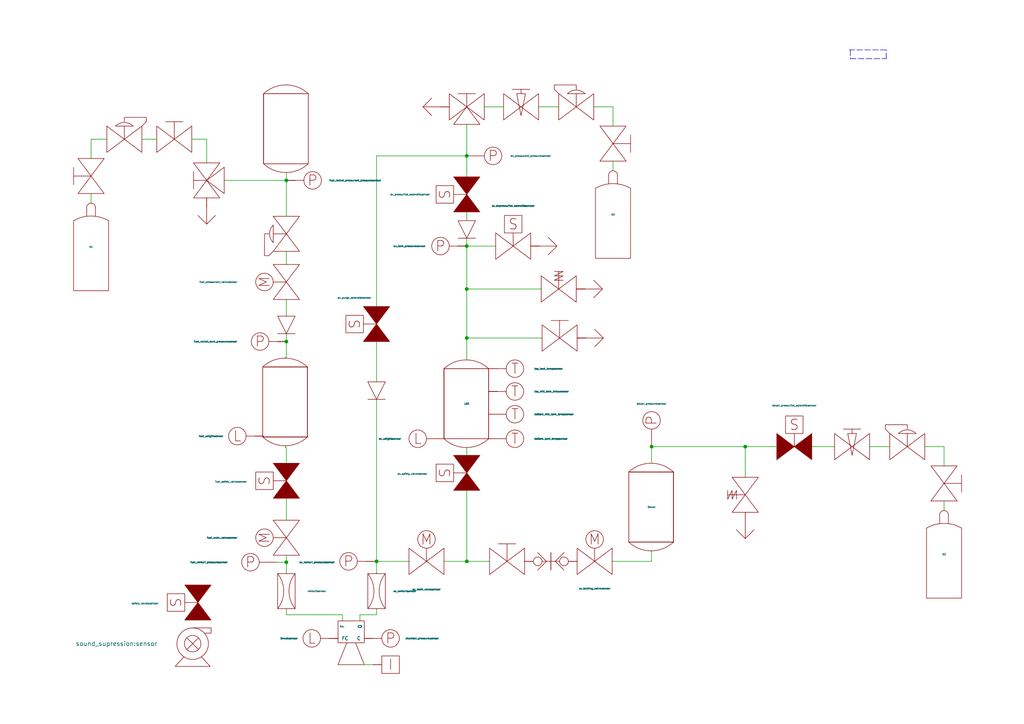
<source format=kicad_sch>
(kicad_sch (version 20231120) (generator "eeschema") (generator_version "8.0")
  (paper "A4")
  (lib_symbols
    (symbol "PnID-Lib:CheckValve" (pin_numbers hide) (pin_names (offset 1.016))
      (property "Reference" "CheckValve" (at 0 -3.302 0))
      (symbol "CheckValve_0_0"
        (polyline (pts (xy 2.54 2.54) (xy 2.54 -2.54)))
        (polyline (pts (xy -2.54 2.54) (xy -2.54 -2.54) (xy 2.54 0) (xy -2.54 2.54)))
      )
      (symbol "CheckValve_1_1"
        (pin bidirectional line (at -2.54 0 0) (length 0) (name "~") (number "~"))
        (pin bidirectional line (at 2.54 0 180) (length 0) (name "~") (number "~"))
      )
    )
    (symbol "PnID-Lib:Engine" (pin_numbers hide) (pin_names (offset 1.016))
      (property "Reference" "Engine" (at 0 -11.43 0))
      (symbol "Engine_0_0"
        (rectangle (start -3.81 2.54) (end 3.81 -3.81))
        (polyline (pts (xy -1.27 -3.81) (xy -3.81 -10.16) (xy 3.81 -10.16) (xy 1.27 -3.81)))
      )
      (symbol "Engine_1_1"
        (pin bidirectional line (at 3.81 -2.54 180) (length 0) (name "C") (number "~"))
        (pin input line (at -2.54 2.54 270) (length 0) (name "F") (number "~"))
        (pin input line (at -3.81 -2.54 0) (length 0) (name "FC") (number "~"))
        (pin input line (at 2.54 2.54 270) (length 0) (name "O") (number "~"))
      )
    )
    (symbol "PnID-Lib:GasBottle" (pin_numbers hide) (pin_names (offset 1.016))
      (property "Reference" "GasBottle" (at 0 -1.016 0))
      (symbol "GasBottle_0_0"
        (polyline (pts (xy -1.27 8.89) (xy -1.27 11.43)))
        (polyline (pts (xy 1.27 8.89) (xy 1.27 11.43)))
        (polyline (pts (xy -5.08 7.62) (xy -5.08 -12.7) (xy 5.08 -12.7) (xy 5.08 7.62)))
        (arc (start 1.27 11.43) (mid 0 12.7) (end -1.27 11.43))
        (arc (start 5.08 7.62) (mid 0 8.9691) (end -5.08 7.62))
      )
      (symbol "GasBottle_1_1"
        (pin output line (at 0 12.7 270) (length 0) (name "~") (number "~"))
      )
    )
    (symbol "PnID-Lib:PressureRegulator" (pin_numbers hide) (pin_names (offset 1.016))
      (property "Reference" "PressureRegulator" (at 0 -5.08 0))
      (property "Value" "PressureRegulator" (at 0 -6.35 0))
      (symbol "PressureRegulator_0_0"
        (polyline (pts (xy -2.54 3.81) (xy 2.54 3.81)))
        (polyline (pts (xy 0 0) (xy 0 3.81)))
        (polyline (pts (xy -5.08 3.81) (xy -6.35 5.08) (xy -6.35 6.35) (xy 0 6.35) (xy 0 5.08)))
        (arc (start 2.54 3.81) (mid 0 4.8621) (end -2.54 3.81))
      )
      (symbol "PressureRegulator_1_1"
        (polyline (pts (xy 0 0) (xy -5.08 3.81) (xy -5.08 -3.81) (xy 0 0)))
        (polyline (pts (xy 5.08 3.81) (xy 0 0) (xy 5.08 -3.81) (xy 5.08 3.81)))
        (pin bidirectional line (at -5.08 0 0) (length 0) (name "~") (number "~"))
        (pin bidirectional line (at 5.08 0 180) (length 0) (name "~") (number "~"))
      )
    )
    (symbol "PnID-Lib:Pump" (pin_names (offset 1.016))
      (property "Reference" "U" (at 6.858 -0.254 0))
      (property "Value" "Pump" (at 7.366 -2.286 0))
      (symbol "Pump_0_1"
        (polyline (pts (xy -1.651 1.651) (xy 1.651 -1.651)))
        (polyline (pts (xy 1.651 1.651) (xy -1.651 -1.651)))
        (polyline (pts (xy 5.334 4.572) (xy 0.127 4.572)))
        (polyline (pts (xy 5.334 4.572) (xy 5.334 3.048) (xy 3.429 3.048)))
        (polyline (pts (xy -2.54 -3.81) (xy -5.08 -6.604) (xy 5.08 -6.604) (xy 2.54 -3.81)))
        (circle (center 0 0) (radius 2.3876))
        (circle (center 0 0) (radius 4.572))
      )
      (symbol "Pump_1_1"
        (pin input line (at -4.572 0 0) (length 0) (name "~") (number "~"))
        (pin output line (at 5.334 3.81 180) (length 0) (name "~") (number "~"))
      )
    )
    (symbol "PnID-Lib:QuickConnect_Half" (pin_numbers hide) (pin_names (offset 1.016))
      (property "Reference" "QuickConnect" (at 0 -5.08 0))
      (property "Value" "QuickConnect_Half" (at 0 -7.62 0))
      (symbol "QuickConnect_Half_0_0"
        (circle (center -3.81 0) (radius 1.27))
        (polyline (pts (xy -1.27 0) (xy -3.81 -2.54)))
        (polyline (pts (xy -1.27 0) (xy -2.54 0)))
        (polyline (pts (xy 0 2.54) (xy 0 -2.54)))
        (polyline (pts (xy 0 0) (xy -1.27 0) (xy -3.81 2.54)))
      )
      (symbol "QuickConnect_Half_1_1"
        (pin bidirectional line (at -7.62 0 0) (length 2.54) (name "~") (number "~"))
      )
    )
    (symbol "PnID-Lib:Sensor_Load" (pin_numbers hide) (pin_names (offset 1.016))
      (property "Reference" "Sensor_Load" (at 6.35 0.762 0))
      (property "Value" "Sensor_Load" (at 6.35 -0.762 0))
      (property "Data_Content" " " (at 0 0 0))
      (symbol "Sensor_Load_0_0"
        (polyline (pts (xy -5.08 0) (xy -2.54 0)))
        (circle (center 0 0) (radius 2.54))
        (text "L" (at 0 0 0) (effects (font (size 2.9972 2.9972))))
      )
      (symbol "Sensor_Load_1_1"
        (pin bidirectional line (at -7.62 0 0) (length 2.54) (name "~") (number "~"))
      )
    )
    (symbol "PnID-Lib:Sensor_Pressure" (pin_numbers hide) (pin_names (offset 1.016))
      (property "Reference" "Sensor_Pressure" (at 6.35 0.762 0))
      (property "Value" "Sensor_Pressure" (at 6.35 -0.762 0))
      (property "Data_Content" " " (at 0 0 0))
      (symbol "Sensor_Pressure_0_0"
        (polyline (pts (xy -5.08 0) (xy -2.54 0)))
        (circle (center 0 0) (radius 2.54))
        (text "P" (at 0 0 0) (effects (font (size 2.9972 2.9972))))
      )
      (symbol "Sensor_Pressure_1_1"
        (pin bidirectional line (at -7.62 0 0) (length 2.54) (name "~") (number "~"))
      )
    )
    (symbol "PnID-Lib:Sensor_Temperature" (pin_numbers hide) (pin_names (offset 1.016))
      (property "Reference" "Sensor_Temperature" (at 7.112 0.762 0))
      (property "Value" "Sensor_Temperature" (at 7.112 -0.762 0))
      (symbol "Sensor_Temperature_0_0"
        (polyline (pts (xy -5.08 0) (xy -2.54 0)))
        (text "T" (at 0 0 0) (effects (font (size 2.9972 2.9972))))
      )
      (symbol "Sensor_Temperature_0_1"
        (circle (center 0 0) (radius 2.54))
      )
      (symbol "Sensor_Temperature_1_1"
        (pin bidirectional line (at -7.62 0 0) (length 2.54) (name "~") (number "~"))
      )
    )
    (symbol "PnID-Lib:Tank_Slim" (pin_numbers hide) (pin_names (offset 1.016))
      (property "Reference" "Tank_Slim" (at 0 1.27 0))
      (property "Value" "Tank_Slim" (at 0 -1.27 0))
      (symbol "Tank_Slim_0_0"
        (polyline (pts (xy 6.35 10.16) (xy 6.35 -10.16)))
      )
      (symbol "Tank_Slim_0_1"
        (rectangle (start -6.604 -10.16) (end 6.35 10.16))
        (polyline (pts (xy -6.604 10.16) (xy -6.604 -10.16)))
        (polyline (pts (xy -6.35 -10.16) (xy 6.35 -10.16)))
        (polyline (pts (xy -6.35 10.16) (xy 6.35 10.16)))
        (arc (start 6.35 10.16) (mid -0.127 12.7008) (end -6.604 10.16))
      )
      (symbol "Tank_Slim_1_1"
        (arc (start -6.604 -10.16) (mid -0.127 -12.7008) (end 6.35 -10.16))
        (pin bidirectional line (at 0 -12.7 90) (length 0) (name "~") (number "~"))
        (pin bidirectional line (at 0 12.7 270) (length 0) (name "~") (number "~"))
      )
    )
    (symbol "PnID-Lib:Valve_Manual" (pin_numbers hide) (pin_names (offset 1.016))
      (property "Reference" "Valve_Manual" (at 0 -5.08 0))
      (symbol "Valve_Manual_0_0"
        (polyline (pts (xy -2.54 5.08) (xy 2.54 5.08)))
        (polyline (pts (xy 0 0) (xy 0 5.08)))
      )
      (symbol "Valve_Manual_1_1"
        (polyline (pts (xy 0 0) (xy -5.08 3.81) (xy -5.08 -3.81) (xy 0 0)))
        (polyline (pts (xy 5.08 3.81) (xy 0 0) (xy 5.08 -3.81) (xy 5.08 3.81)))
        (pin bidirectional line (at -5.08 0 0) (length 0) (name "~") (number "~"))
        (pin bidirectional line (at 5.08 0 180) (length 0) (name "~") (number "~"))
      )
    )
    (symbol "PnID-Lib:Valve_Manual_3Way" (pin_names (offset 1.016))
      (property "Reference" "U" (at 0 19.558 0))
      (property "Value" "Valve_Manual_3Way" (at 0 17.272 0))
      (symbol "Valve_Manual_3Way_1_1"
        (polyline (pts (xy -2.54 10.922) (xy 2.54 10.922)))
        (polyline (pts (xy 0 7.112) (xy 0 10.922)))
        (polyline (pts (xy 0 7.112) (xy -5.08 10.922) (xy -5.08 3.302) (xy 0 7.112)))
        (polyline (pts (xy 3.81 2.032) (xy 0 7.112) (xy -3.81 2.032) (xy 3.81 2.032)))
        (polyline (pts (xy 5.08 10.922) (xy 0 7.112) (xy 5.08 3.302) (xy 5.08 10.922)))
        (pin bidirectional line (at -5.08 7.112 0) (length 0) (name "~") (number "~"))
        (pin bidirectional line (at 0 2.032 90) (length 0) (name "~") (number "~"))
        (pin bidirectional line (at 5.08 7.112 180) (length 0) (name "~") (number "~"))
      )
    )
    (symbol "PnID-Lib:Valve_Needle" (pin_numbers hide) (pin_names (offset 1.016))
      (property "Reference" "Valve_Needle" (at 0 -5.08 0))
      (symbol "Valve_Needle_0_0"
        (polyline (pts (xy -2.54 5.08) (xy 2.54 5.08)))
        (polyline (pts (xy 0 3.81) (xy 0 5.08)))
        (polyline (pts (xy 0 -2.54) (xy -1.27 3.81) (xy 1.27 3.81) (xy 0 -2.54)))
      )
      (symbol "Valve_Needle_1_1"
        (polyline (pts (xy 0 0) (xy -5.08 3.81) (xy -5.08 -3.81) (xy 0 0)))
        (polyline (pts (xy 5.08 3.81) (xy 0 0) (xy 5.08 -3.81) (xy 5.08 3.81)))
        (pin bidirectional line (at -5.08 0 0) (length 0) (name "~") (number "~"))
        (pin bidirectional line (at 5.08 0 180) (length 0) (name "~") (number "~"))
      )
    )
    (symbol "PnID-Lib:Valve_OverPressure" (pin_numbers hide) (pin_names (offset 1.016))
      (property "Reference" "Valve_OverPressure" (at 0 -4.572 0))
      (symbol "Valve_OverPressure_0_0"
        (polyline (pts (xy 0 0) (xy 0 5.08)))
        (polyline (pts (xy -1.27 2.54) (xy 1.27 2.54) (xy -1.27 3.81) (xy 1.27 3.81) (xy -1.27 5.08) (xy 1.27 5.08)))
      )
      (symbol "Valve_OverPressure_1_1"
        (polyline (pts (xy 0 0) (xy -5.08 3.81) (xy -5.08 -3.81) (xy 0 0)))
        (polyline (pts (xy 5.08 3.81) (xy 0 0) (xy 5.08 -3.81) (xy 5.08 3.81)))
        (pin bidirectional line (at -5.08 0 0) (length 0) (name "~") (number "~"))
        (pin bidirectional line (at 5.08 0 180) (length 0) (name "~") (number "~"))
      )
    )
    (symbol "PnID-Lib:Valve_Servo" (pin_numbers hide) (pin_names (offset 1.016))
      (property "Reference" "Valve_Servo" (at 0 -4.064 0))
      (property "Value" "Valve_Servo" (at 0 -5.334 0))
      (symbol "Valve_Servo_0_0"
        (polyline (pts (xy 0 0) (xy 0 3.81)))
        (circle (center 0 6.35) (radius 2.54))
        (text "M" (at 0 6.35 0) (effects (font (size 2.9972 2.9972))))
      )
      (symbol "Valve_Servo_0_1"
        (polyline (pts (xy 0 0) (xy -5.08 3.81) (xy -5.08 -3.81) (xy 0 0)))
      )
      (symbol "Valve_Servo_1_1"
        (polyline (pts (xy 5.08 3.81) (xy 0 0) (xy 5.08 -3.81) (xy 5.08 3.81)))
        (pin bidirectional line (at -5.08 0 0) (length 0) (name "~") (number "~"))
        (pin bidirectional line (at 5.08 0 180) (length 0) (name "~") (number "~"))
      )
    )
    (symbol "PnID-Lib:Valve_Solenoid_NC" (pin_numbers hide) (pin_names (offset 1.016))
      (property "Reference" "Valve_Solenoid" (at 0.254 -4.318 0))
      (property "Value" "Valve_Solenoid_NC" (at 0.254 -5.588 0))
      (symbol "Valve_Solenoid_NC_0_0"
        (rectangle (start -2.54 3.81) (end 2.54 8.89))
        (text "S" (at 0 6.35 0) (effects (font (size 2.9972 2.9972))))
      )
      (symbol "Valve_Solenoid_NC_0_1"
        (polyline (pts (xy 0 3.81) (xy 0 0)))
      )
      (symbol "Valve_Solenoid_NC_1_1"
        (polyline (pts (xy 0 0) (xy -5.08 3.81) (xy -5.08 -3.81) (xy 0 0)) (fill (type outline)))
        (polyline (pts (xy 5.08 3.81) (xy 0 0) (xy 5.08 -3.81) (xy 5.08 3.81)) (fill (type outline)))
        (pin bidirectional line (at -5.08 0 0) (length 0) (name "~") (number "~"))
        (pin bidirectional line (at 5.08 0 180) (length 0) (name "~") (number "~"))
      )
    )
    (symbol "PnID-Lib:Valve_Solenoid_NO" (pin_numbers hide) (pin_names (offset 1.016))
      (property "Reference" "Valve_Solenoid" (at 0.254 -4.318 0))
      (property "Value" "Valve_Solenoid_NO" (at 0.254 -5.588 0))
      (symbol "Valve_Solenoid_NO_0_0"
        (rectangle (start -2.54 3.81) (end 2.54 8.89))
        (text "S" (at 0 6.35 0) (effects (font (size 2.9972 2.9972))))
      )
      (symbol "Valve_Solenoid_NO_0_1"
        (polyline (pts (xy 0 3.81) (xy 0 0)))
      )
      (symbol "Valve_Solenoid_NO_1_1"
        (polyline (pts (xy 0 0) (xy -5.08 3.81) (xy -5.08 -3.81) (xy 0 0)))
        (polyline (pts (xy 5.08 3.81) (xy 0 0) (xy 5.08 -3.81) (xy 5.08 3.81)))
        (pin bidirectional line (at -5.08 0 0) (length 0) (name "~") (number "~"))
        (pin bidirectional line (at 5.08 0 180) (length 0) (name "~") (number "~"))
      )
    )
    (symbol "PnID-Lib:Vent" (pin_numbers hide) (pin_names (offset 1.016))
      (property "Reference" "Vent" (at 2.54 1.27 0))
      (symbol "Vent_0_0"
        (polyline (pts (xy 0 0) (xy -5.08 0)))
        (polyline (pts (xy -2.54 2.54) (xy 0 0) (xy -2.54 -2.54)))
      )
      (symbol "Vent_1_1"
        (pin bidirectional line (at -7.62 0 0) (length 2.54) (name "~") (number "~"))
      )
    )
    (symbol "PnID-Lib:Venturi" (pin_numbers hide) (pin_names (offset 1.016))
      (property "Reference" "Venturi" (at 0 -5.08 0))
      (symbol "Venturi_0_0"
        (rectangle (start -5.08 2.54) (end 5.08 -2.54))
        (arc (start -5.08 2.54) (mid 0 0.758) (end 5.08 2.54))
        (arc (start 5.08 -2.54) (mid 0 -0.758) (end -5.08 -2.54))
      )
      (symbol "Venturi_1_1"
        (pin bidirectional line (at -5.08 0 0) (length 0) (name "~") (number "~"))
        (pin bidirectional line (at 5.08 0 180) (length 0) (name "~") (number "~"))
      )
    )
    (symbol "PnID-Lib:igniter" (pin_names (offset 1.016))
      (property "Value" "igniter" (at -5.08 0 0))
      (symbol "igniter_0_0"
        (text "I" (at 0 0 0) (effects (font (size 2.9972 2.9972))))
      )
      (symbol "igniter_0_1"
        (rectangle (start -2.54 2.54) (end 2.54 -2.54))
      )
      (symbol "igniter_1_1"
        (pin input line (at 5.08 0 180) (length 2.54) (name "~") (number "~"))
      )
    )
    (symbol "Valve_Solenoid_NC_1" (pin_numbers hide) (pin_names (offset 1.016))
      (property "Reference" "Valve_Solenoid" (at 0.254 -4.318 0))
      (property "Value" "Valve_Solenoid_NC" (at 0.254 -5.588 0))
      (symbol "Valve_Solenoid_NC_1_0_0"
        (rectangle (start -2.54 3.81) (end 2.54 8.89))
        (text "S" (at 0 6.35 0) (effects (font (size 2.9972 2.9972))))
      )
      (symbol "Valve_Solenoid_NC_1_0_1"
        (polyline (pts (xy 0 3.81) (xy 0 0)))
      )
      (symbol "Valve_Solenoid_NC_1_1_1"
        (polyline (pts (xy 0 0) (xy -5.08 3.81) (xy -5.08 -3.81) (xy 0 0)) (fill (type outline)))
        (polyline (pts (xy 5.08 3.81) (xy 0 0) (xy 5.08 -3.81) (xy 5.08 3.81)) (fill (type outline)))
        (pin bidirectional line (at -5.08 0 0) (length 0) (name "~") (number "~"))
        (pin bidirectional line (at 5.08 0 180) (length 0) (name "~") (number "~"))
      )
    )
    (symbol "propulsion_teststand-rescue:Sensor_Load-PnID-Lib" (pin_numbers hide) (pin_names (offset 1.016))
      (property "Reference" "Sensor_Load" (at 6.35 0.762 0))
      (property "Value" "PnID-Lib_Sensor_Load" (at 6.35 -0.762 0))
      (property "Data_Content" " " (at 0 0 0))
      (symbol "Sensor_Load-PnID-Lib_0_0"
        (polyline (pts (xy -5.08 0) (xy -2.54 0)))
        (circle (center 0 0) (radius 2.54))
        (text "L" (at 0 0 0) (effects (font (size 2.9972 2.9972))))
      )
      (symbol "Sensor_Load-PnID-Lib_1_1"
        (pin bidirectional line (at -7.62 0 0) (length 2.54) (name "~") (number "~"))
      )
    )
    (symbol "propulsion_teststand-rescue:Valve_Manual_3Way-PnID-Lib" (pin_names (offset 1.016))
      (property "Reference" "U" (at 0 19.558 0))
      (property "Value" "PnID-Lib_Valve_Manual_3Way" (at 0 17.272 0))
      (symbol "Valve_Manual_3Way-PnID-Lib_1_1"
        (polyline (pts (xy -2.54 10.922) (xy 2.54 10.922)))
        (polyline (pts (xy 0 7.112) (xy 0 10.922)))
        (polyline (pts (xy 0 7.112) (xy -5.08 10.922) (xy -5.08 3.302) (xy 0 7.112)))
        (polyline (pts (xy 3.81 2.032) (xy 0 7.112) (xy -3.81 2.032) (xy 3.81 2.032)))
        (polyline (pts (xy 5.08 10.922) (xy 0 7.112) (xy 5.08 3.302) (xy 5.08 10.922)))
        (pin bidirectional line (at -5.08 7.112 0) (length 0) (name "~") (number "~"))
        (pin bidirectional line (at 0 2.032 90) (length 0) (name "~") (number "~"))
        (pin bidirectional line (at 5.08 7.112 180) (length 0) (name "~") (number "~"))
      )
    )
  )
  (junction (at 188.976 129.54))
  (junction (at 135.382 98.044))
  (junction (at 83.058 99.06))
  (junction (at 135.382 83.82))
  (junction (at 83.058 163.068))
  (junction (at 135.382 162.814))
  (junction (at 109.22 162.814))
  (junction (at 83.058 52.324))
  (junction (at 216.154 129.54))
  (junction (at 135.382 45.212))
  (junction (at 135.382 71.374))
  (wire (pts (xy 109.22 162.814) (xy 108.712 162.814)))
  (wire (pts (xy 242.062 129.54) (xy 235.458 129.54)))
  (wire (pts (xy 135.382 98.044) (xy 135.382 83.82)))
  (wire (pts (xy 188.976 129.54) (xy 216.154 129.54)))
  (wire (pts (xy 109.22 45.212) (xy 109.22 88.9)))
  (wire (pts (xy 109.22 162.814) (xy 109.22 166.37)))
  (wire (pts (xy 143.764 71.374) (xy 135.382 71.374)))
  (wire (pts (xy 30.988 40.386) (xy 26.416 40.386)))
  (wire (pts (xy 83.058 129.794) (xy 83.058 134.366)))
  (wire (pts (xy 162.052 30.988) (xy 156.21 30.988)))
  (wire (pts (xy 109.22 115.824) (xy 109.22 162.814)))
  (polyline (pts (xy 257.048 17.018) (xy 257.048 14.478)) (stroke (width 0) (type dash)))
  (wire (pts (xy 80.264 163.068) (xy 83.058 163.068)))
  (wire (pts (xy 177.8 30.988) (xy 177.8 36.576)))
  (wire (pts (xy 135.382 162.814) (xy 141.986 162.814)))
  (wire (pts (xy 135.382 45.212) (xy 135.382 51.308)))
  (wire (pts (xy 26.416 58.928) (xy 26.416 56.134)))
  (polyline (pts (xy 246.634 14.478) (xy 246.634 17.018)) (stroke (width 0) (type dash)))
  (wire (pts (xy 177.546 162.814) (xy 188.976 162.814)))
  (wire (pts (xy 109.22 99.06) (xy 109.22 110.744)))
  (wire (pts (xy 188.976 129.54) (xy 188.976 134.366)))
  (wire (pts (xy 83.058 178.308) (xy 99.314 178.308)))
  (wire (pts (xy 83.058 50.038) (xy 83.058 52.324)))
  (wire (pts (xy 135.382 71.374) (xy 135.382 69.088)))
  (wire (pts (xy 135.382 142.24) (xy 135.382 162.814)))
  (wire (pts (xy 83.058 176.53) (xy 83.058 178.308)))
  (wire (pts (xy 83.058 129.794) (xy 82.804 129.794)))
  (wire (pts (xy 104.394 178.308) (xy 109.22 178.308)))
  (wire (pts (xy 83.058 72.898) (xy 83.058 76.708)))
  (wire (pts (xy 258.064 129.54) (xy 252.222 129.54)))
  (wire (pts (xy 177.8 49.53) (xy 177.8 46.736)))
  (wire (pts (xy 157.226 98.044) (xy 135.382 98.044)))
  (wire (pts (xy 104.394 178.308) (xy 104.394 180.086)))
  (wire (pts (xy 177.8 30.988) (xy 172.212 30.988)))
  (wire (pts (xy 59.944 47.244) (xy 59.944 40.386)))
  (wire (pts (xy 135.382 61.468) (xy 135.382 64.008)))
  (wire (pts (xy 109.22 176.53) (xy 109.22 178.308)))
  (wire (pts (xy 83.058 163.068) (xy 83.058 166.37)))
  (wire (pts (xy 135.382 36.068) (xy 135.382 45.212)))
  (wire (pts (xy 273.812 148.082) (xy 273.812 145.288)))
  (wire (pts (xy 82.804 103.632) (xy 82.804 103.886)))
  (polyline (pts (xy 246.634 17.018) (xy 257.048 17.018)) (stroke (width 0) (type dash)))
  (wire (pts (xy 273.812 129.54) (xy 273.812 135.128)))
  (wire (pts (xy 59.944 40.386) (xy 55.626 40.386)))
  (wire (pts (xy 83.058 86.868) (xy 83.058 91.694)))
  (wire (pts (xy 135.382 129.794) (xy 135.382 132.08)))
  (wire (pts (xy 135.382 98.044) (xy 135.382 104.394)))
  (wire (pts (xy 82.804 103.632) (xy 83.058 103.632)))
  (wire (pts (xy 109.22 45.212) (xy 135.382 45.212)))
  (wire (pts (xy 156.972 83.82) (xy 135.382 83.82)))
  (wire (pts (xy 99.314 178.308) (xy 99.314 180.086)))
  (polyline (pts (xy 257.048 14.478) (xy 246.38 14.478)) (stroke (width 0) (type dash)))
  (wire (pts (xy 135.382 83.82) (xy 135.382 71.374)))
  (wire (pts (xy 109.22 162.814) (xy 118.618 162.814)))
  (wire (pts (xy 83.058 99.06) (xy 83.058 96.774)))
  (wire (pts (xy 83.058 161.036) (xy 83.058 163.068)))
  (wire (pts (xy 216.154 129.54) (xy 216.154 138.43)))
  (wire (pts (xy 26.416 40.386) (xy 26.416 45.974)))
  (wire (pts (xy 273.812 129.54) (xy 268.224 129.54)))
  (wire (pts (xy 65.024 52.324) (xy 83.058 52.324)))
  (wire (pts (xy 216.154 129.54) (xy 225.298 129.54)))
  (wire (pts (xy 83.058 52.324) (xy 83.058 62.738)))
  (wire (pts (xy 128.778 162.814) (xy 135.382 162.814)))
  (wire (pts (xy 140.462 30.988) (xy 146.05 30.988)))
  (wire (pts (xy 108.204 192.786) (xy 105.664 192.786)))
  (wire (pts (xy 82.804 129.286) (xy 82.804 129.794)))
  (wire (pts (xy 41.148 40.386) (xy 45.466 40.386)))
  (wire (pts (xy 83.058 144.526) (xy 83.058 150.876)))
  (wire (pts (xy 83.058 103.632) (xy 83.058 99.06)))
  (wire (pts (xy 188.976 162.814) (xy 188.976 159.766)))
  (symbol (lib_id "PnID-Lib:Sensor_Pressure") (at 143.002 45.212 0) (unit 1)
    (property "Reference" "ox_pressurant_pressure:sensor" (effects (hide yes)))
    (property "Value" "ox_pressurant_pressure:sensor" (at 148.082 45.212 0) (effects (font (size 0.508 0.508)) (justify left)))
    (property "Unit" "bar" (effects (hide yes)))
    (property "Action_Reference" " " (effects (hide yes)))
    (property "Data_Content" " " (effects (hide yes)))
  )
  (symbol (lib_id "PnID-Lib:Valve_Solenoid_NC") (at 135.382 56.388 90) (mirror x) (unit 1)
    (property "Reference" "ox_pressurize_solenoid" (effects (hide yes)))
    (property "Value" "ox_pressurize_solenoid:sensor" (at 124.714 56.388 90) (effects (font (size 0.508 0.508)) (justify left)))
    (property "Unit" "%" (effects (hide yes)))
    (property "Action_Reference" " " (effects (hide yes)))
  )
  (symbol (lib_id "PnID-Lib:Valve_Solenoid_NC") (at 109.22 93.98 90) (unit 1)
    (property "Reference" "ox_purge_solenoid" (effects (hide yes)))
    (property "Value" "ox_purge_solenoid:sensor" (at 107.696 86.36 90) (effects (font (size 0.508 0.508)) (justify left)))
    (property "Unit" "%" (effects (hide yes)))
    (property "Action_Reference" " " (effects (hide yes)))
  )
  (symbol (lib_id "PnID-Lib:CheckValve") (at 135.382 66.548 270) (unit 1)
    (property "Reference" "CheckValve?" (effects (hide yes)))
    (property "Value" "CheckValve" (effects (hide yes)))
  )
  (symbol (lib_id "PnID-Lib:Tank_Slim") (at 135.382 117.094 0) (unit 1)
    (property "Reference" "LOX" (at 135.382 117.094 0) (effects (font (size 0.508 0.508))))
    (property "Value" "lox_tank" (effects (hide yes)))
    (property "Unit" "%" (effects (hide yes)))
    (property "Action_Reference" " " (effects (hide yes)))
    (property "Data_Content" " " (effects (hide yes)))
  )
  (symbol (lib_id "PnID-Lib:Engine") (at 101.854 182.626 0) (unit 1)
    (property "Reference" "engine" (effects (hide yes)))
    (property "Value" "engine" (effects (hide yes)))
    (property "Action_Reference" " " (effects (hide yes)))
  )
  (symbol (lib_id "PnID-Lib:CheckValve") (at 109.22 113.284 270) (unit 1)
    (property "Reference" "CheckValve?" (effects (hide yes)))
    (property "Value" "CheckValve" (effects (hide yes)))
  )
  (symbol (lib_id "PnID-Lib:Sensor_Pressure") (at 101.092 162.814 180) (unit 1)
    (property "Reference" "ox_venturi_pressure" (effects (hide yes)))
    (property "Value" "ox_venturi_pressure:sensor" (at 91.948 163.068 0) (effects (font (size 0.508 0.508))))
    (property "Unit" "bar" (effects (hide yes)))
    (property "Action_Reference" " " (effects (hide yes)))
    (property "Data_Content" " " (effects (hide yes)))
  )
  (symbol (lib_id "PnID-Lib:Sensor_Pressure") (at 113.284 185.166 0) (unit 1)
    (property "Reference" "chamber_pressure" (effects (hide yes)))
    (property "Value" "chamber_pressure:sensor" (at 117.602 185.166 0) (effects (font (size 0.508 0.508)) (justify left)))
    (property "Unit" "bar" (effects (hide yes)))
    (property "Action_Reference" " " (effects (hide yes)))
    (property "Data_Content" " " (at 110.5408 189.5602 0))
  )
  (symbol (lib_id "PnID-Lib:Sensor_Temperature") (at 149.352 106.934 0) (mirror x) (unit 1)
    (property "Reference" "top_tank_temp" (effects (hide yes)))
    (property "Value" "top_tank_temp:sensor" (at 154.94 106.934 0) (effects (font (size 0.508 0.508)) (justify left)))
    (property "Unit" "˚C" (effects (hide yes)))
    (property "Action_Reference" " " (effects (hide yes)))
  )
  (symbol (lib_id "PnID-Lib:Valve_Manual") (at 147.066 162.814 0) (unit 1)
    (property "Reference" "ox_manual_tanking_valve" (effects (hide yes)))
    (property "Value" "ox_manual_tanking_valve" (effects (hide yes)))
    (property "Action_Reference" " " (effects (hide yes)))
  )
  (symbol (lib_id "PnID-Lib:QuickConnect_Half") (at 159.766 162.814 0) (unit 1)
    (property "Reference" "ox_quick_connect" (effects (hide yes)))
    (property "Value" "ox_quick_connect" (effects (hide yes)))
  )
  (symbol (lib_id "PnID-Lib:Vent") (at 122.682 30.988 180) (unit 1)
    (property "Reference" "Vent?" (effects (hide yes)))
    (property "Value" "Vent" (effects (hide yes)))
  )
  (symbol (lib_id "PnID-Lib:Venturi") (at 109.22 171.45 270) (unit 1)
    (property "Reference" "ox_venturi" (effects (hide yes)))
    (property "Value" "ox_venturi:sensor" (at 114.046 171.45 90) (effects (font (size 0.508 0.508)) (justify left)))
    (property "Unit" "%" (effects (hide yes)))
  )
  (symbol (lib_id "PnID-Lib:Valve_Solenoid_NC") (at 230.378 129.54 0) (unit 1)
    (property "Reference" "dewar_pressurize_solenoid?" (effects (hide yes)))
    (property "Value" "dewar_pressurize_solenoid:sensor" (at 230.378 117.602 0) (effects (font (size 0.508 0.508))))
    (property "Unit" "%" (effects (hide yes)))
    (property "Action_Reference" " " (effects (hide yes)))
  )
  (symbol (lib_id "PnID-Lib:Valve_OverPressure") (at 216.154 143.51 90) (unit 1)
    (property "Reference" "DewarOverPressureValve?" (effects (hide yes)))
    (property "Value" "DewarOverPressureValve" (effects (hide yes)))
    (property "Action_Reference" " " (effects (hide yes)))
  )
  (symbol (lib_id "PnID-Lib:Sensor_Pressure") (at 188.976 121.92 90) (unit 1)
    (property "Reference" "dewar_pressure?" (effects (hide yes)))
    (property "Value" "dewar_pressure:sensor" (at 188.976 117.094 90) (effects (font (size 0.508 0.508))))
    (property "Unit" "bar" (effects (hide yes)))
    (property "Action_Reference" " " (effects (hide yes)))
    (property "Data_Content" " " (effects (hide yes)))
  )
  (symbol (lib_id "PnID-Lib:Tank_Slim") (at 188.976 147.066 0) (unit 1)
    (property "Reference" "Dewar" (at 188.976 147.066 0) (effects (font (size 0.508 0.508))))
    (property "Value" "dewar_fill_level:sensor" (effects (hide yes)))
    (property "Unit" "%" (effects (hide yes)))
    (property "Action_Reference" " " (effects (hide yes)))
    (property "Data_Content" " " (effects (hide yes)))
  )
  (symbol (lib_id "PnID-Lib:Valve_Servo") (at 172.466 162.814 0) (unit 1)
    (property "Reference" "ox_tanking_valve" (effects (hide yes)))
    (property "Value" "ox_tanking_valve:sensor" (at 172.466 170.688 0) (effects (font (size 0.508 0.508))))
    (property "Unit" "%" (effects (hide yes)))
    (property "Action_Reference" " " (effects (hide yes)))
  )
  (symbol (lib_id "PnID-Lib:QuickConnect_Half") (at 159.766 162.814 180) (unit 1)
    (property "Reference" "DewarQuickConnect?" (effects (hide yes)))
    (property "Value" "DewarQuickConnect" (effects (hide yes)))
  )
  (symbol (lib_id "PnID-Lib:Vent") (at 216.154 156.21 270) (unit 1)
    (property "Reference" "Vent?" (effects (hide yes)))
    (property "Value" "Vent" (effects (hide yes)))
  )
  (symbol (lib_id "PnID-Lib:Valve_OverPressure") (at 162.052 83.82 0) (mirror y) (unit 1)
    (property "Reference" "ox_safety_valve" (effects (hide yes)))
    (property "Value" "ox_safety_valve" (effects (hide yes)))
    (property "Action_Reference" " " (effects (hide yes)))
  )
  (symbol (lib_id "PnID-Lib:Valve_Solenoid_NO") (at 148.844 71.374 0) (mirror y) (unit 1)
    (property "Reference" "ox_depressurize_solenoid" (effects (hide yes)))
    (property "Value" "ox_depressurize_solenoid:sensor" (at 148.844 59.69 0) (effects (font (size 0.508 0.508))))
    (property "Unit" "%" (effects (hide yes)))
    (property "Action_Reference" " " (effects (hide yes)))
  )
  (symbol (lib_id "PnID-Lib:Valve_Manual") (at 162.306 98.044 0) (mirror y) (unit 1)
    (property "Reference" "ox_manual_vent_valve" (effects (hide yes)))
    (property "Value" "ox_manual_vent_valve" (effects (hide yes)))
    (property "Action_Reference" " " (effects (hide yes)))
  )
  (symbol (lib_id "PnID-Lib:Vent") (at 161.544 71.374 0) (mirror x) (unit 1)
    (property "Reference" "Vent?" (effects (hide yes)))
    (property "Value" "Vent" (effects (hide yes)))
  )
  (symbol (lib_id "PnID-Lib:Vent") (at 174.752 83.82 0) (mirror x) (unit 1)
    (property "Reference" "Vent?" (effects (hide yes)))
    (property "Value" "Vent" (effects (hide yes)))
  )
  (symbol (lib_id "PnID-Lib:Sensor_Pressure") (at 127.762 71.374 180) (unit 1)
    (property "Reference" "ox_tank_pressure" (effects (hide yes)))
    (property "Value" "ox_tank_pressure:sensor" (at 123.444 71.374 0) (effects (font (size 0.508 0.508)) (justify left)))
    (property "Unit" "bar" (effects (hide yes)))
    (property "Action_Reference" " " (effects (hide yes)))
    (property "Data_Content" " " (effects (hide yes)))
  )
  (symbol (lib_id "PnID-Lib:PressureRegulator") (at 167.132 30.988 0) (unit 1)
    (property "Reference" "ox_pressure_regulator" (effects (hide yes)))
    (property "Value" "ox_pressure_regulator" (effects (hide yes)))
  )
  (symbol (lib_id "PnID-Lib:Valve_Needle") (at 151.13 30.988 0) (mirror y) (unit 1)
    (property "Reference" "ox_needle_valve" (effects (hide yes)))
    (property "Value" "ox_needle_valve" (effects (hide yes)))
    (property "Action_Reference" " " (effects (hide yes)))
  )
  (symbol (lib_id "PnID-Lib:Valve_Manual_3Way") (at 135.382 38.1 0) (unit 1)
    (property "Reference" "fuel_manual_3way?" (effects (hide yes)))
    (property "Value" "fuel_manual_3way" (effects (hide yes)))
  )
  (symbol (lib_id "PnID-Lib:Valve_Servo") (at 123.698 162.814 0) (unit 1)
    (property "Reference" "ox_main_valve" (effects (hide yes)))
    (property "Value" "ox_main_valve:sensor" (at 123.698 170.942 0) (effects (font (size 0.508 0.508))))
    (property "Unit" "%" (effects (hide yes)))
    (property "Action_Reference" " " (effects (hide yes)))
  )
  (symbol (lib_id "PnID-Lib:Sensor_Temperature") (at 149.352 113.538 0) (mirror x) (unit 1)
    (property "Reference" "top_mid_tank_temp" (effects (hide yes)))
    (property "Value" "top_mid_tank_temp:sensor" (at 154.94 113.538 0) (effects (font (size 0.508 0.508)) (justify left)))
    (property "Unit" "˚C" (effects (hide yes)))
    (property "Action_Reference" " " (effects (hide yes)))
  )
  (symbol (lib_id "PnID-Lib:Sensor_Temperature") (at 149.352 120.142 0) (mirror x) (unit 1)
    (property "Reference" "bottom_mid_tank_temp" (effects (hide yes)))
    (property "Value" "bottom_mid_tank_temp:sensor" (at 154.94 120.142 0) (effects (font (size 0.508 0.508)) (justify left)))
    (property "Unit" "˚C" (effects (hide yes)))
    (property "Action_Reference" " " (effects (hide yes)))
  )
  (symbol (lib_id "PnID-Lib:Sensor_Temperature") (at 149.352 127.254 0) (mirror x) (unit 1)
    (property "Reference" "bottom_tank_temp" (effects (hide yes)))
    (property "Value" "bottom_tank_temp:sensor" (at 154.94 127.254 0) (effects (font (size 0.508 0.508)) (justify left)))
    (property "Unit" "˚C" (effects (hide yes)))
    (property "Action_Reference" " " (effects (hide yes)))
  )
  (symbol (lib_id "PnID-Lib:Sensor_Load") (at 90.424 185.166 180) (unit 1)
    (property "Reference" "thrust" (effects (hide yes)))
    (property "Value" "thrust:sensor" (at 86.36 185.166 0) (effects (font (size 0.508 0.508)) (justify left)))
    (property "Unit" "N" (effects (hide yes)))
    (property "Action_Reference" " " (effects (hide yes)))
    (property "Data_Content" " " (at 93.1672 180.7718 0))
  )
  (symbol (lib_id "PnID-Lib:igniter") (at 113.284 192.786 180) (unit 1)
    (property "Reference" "igniter" (effects (hide yes)))
    (property "Value" "igniter:sensor" (effects (hide yes)))
    (property "Unit" "Ohm" (effects (hide yes)))
  )
  (symbol (lib_id "PnID-Lib:GasBottle") (at 177.8 62.23 0) (unit 1)
    (property "Reference" "N2" (at 177.8 62.23 0) (effects (font (size 0.508 0.508))))
    (property "Value" "N2" (effects (hide yes)))
  )
  (symbol (lib_id "PnID-Lib:Valve_Manual") (at 177.8 41.656 270) (unit 1)
    (property "Reference" "ox_manual_valve?" (effects (hide yes)))
    (property "Value" "ox_manual_valve" (effects (hide yes)))
    (property "Action_Reference" " " (effects (hide yes)))
  )
  (symbol (lib_id "PnID-Lib:Valve_Needle") (at 247.142 129.54 0) (mirror y) (unit 1)
    (property "Reference" "dewar_needle_valve?" (effects (hide yes)))
    (property "Value" "dewar_needle_valve" (effects (hide yes)))
    (property "Action_Reference" " " (effects (hide yes)))
  )
  (symbol (lib_id "PnID-Lib:PressureRegulator") (at 263.144 129.54 0) (unit 1)
    (property "Reference" "dewar_pressure_regulator?" (effects (hide yes)))
    (property "Value" "dewar_pressure_regulator" (effects (hide yes)))
  )
  (symbol (lib_id "PnID-Lib:GasBottle") (at 273.812 160.782 0) (unit 1)
    (property "Reference" "N2" (at 273.812 160.782 0) (effects (font (size 0.508 0.508))))
    (property "Value" "N2" (effects (hide yes)))
  )
  (symbol (lib_id "PnID-Lib:Valve_Manual") (at 273.812 140.208 270) (unit 1)
    (property "Reference" "dewar_manual_valve?" (effects (hide yes)))
    (property "Value" "dewar_manual_valve" (effects (hide yes)))
    (property "Action_Reference" " " (effects (hide yes)))
  )
  (symbol (lib_name "Valve_Solenoid_NC_1") (lib_id "PnID-Lib:Valve_Solenoid_NC") (at 83.058 139.446 90) (unit 1)
    (property "Reference" "fuel_safety_valve" (effects (hide yes)))
    (property "Value" "fuel_safety_valve:sensor" (at 71.628 139.7 90) (effects (font (size 0.508 0.508)) (justify left)))
    (property "Unit" "%" (effects (hide yes)))
    (property "Action_Reference" " " (effects (hide yes)))
  )
  (symbol (lib_id "PnID-Lib:Vent") (at 59.944 65.024 90) (mirror x) (unit 1)
    (property "Reference" "Vent1" (effects (hide yes)))
    (property "Value" "Vent" (effects (hide yes)))
  )
  (symbol (lib_id "PnID-Lib:Valve_Manual") (at 26.416 51.054 90) (unit 1)
    (property "Reference" "fuel_manual_valve1" (effects (hide yes)))
    (property "Value" "fuel_manual_valve" (effects (hide yes)))
    (property "Action_Reference" " " (effects (hide yes)))
  )
  (symbol (lib_id "propulsion_teststand-rescue:Sensor_Load-PnID-Lib") (at 68.834 126.492 0) (mirror y) (unit 1)
    (property "Reference" "fuel_weight1" (effects (hide yes)))
    (property "Value" "fuel_weight:sensor" (at 64.77 126.492 0) (effects (font (size 0.508 0.508)) (justify left)))
    (property "Unit" "kg" (effects (hide yes)))
    (property "Action_Reference" " " (effects (hide yes)))
    (property "Data_Content" " " (at 71.5772 122.0978 0))
  )
  (symbol (lib_id "PnID-Lib:Sensor_Pressure") (at 72.644 163.068 180) (unit 1)
    (property "Reference" "venturi_pressure1" (effects (hide yes)))
    (property "Value" "fuel_venturi_pressure:sensor" (at 66.04 163.068 0) (effects (font (size 0.508 0.508)) (justify left)))
    (property "Unit" "bar" (effects (hide yes)))
    (property "Action_Reference" " " (effects (hide yes)))
    (property "Data_Content" " " (effects (hide yes)))
  )
  (symbol (lib_id "PnID-Lib:Sensor_Pressure") (at 75.438 99.06 180) (unit 1)
    (property "Reference" "tank_pressure1" (effects (hide yes)))
    (property "Value" "fuel_rocket_tank_pressure:sensor" (at 68.834 99.06 0) (effects (font (size 0.508 0.508)) (justify left)))
    (property "Unit" "bar" (effects (hide yes)))
    (property "Action_Reference" " " (effects (hide yes)))
    (property "Data_Content" " " (effects (hide yes)))
  )
  (symbol (lib_id "PnID-Lib:CheckValve") (at 83.058 94.234 270) (unit 1)
    (property "Reference" "CheckValve1" (effects (hide yes)))
    (property "Value" "CheckValve" (effects (hide yes)))
  )
  (symbol (lib_id "propulsion_teststand-rescue:Valve_Manual_3Way-PnID-Lib") (at 67.056 52.324 90) (unit 1)
    (property "Reference" "Valve_Manual_3Way1" (effects (hide yes)))
    (property "Value" "Valve_Manual_3Way" (effects (hide yes)))
  )
  (symbol (lib_id "PnID-Lib:GasBottle") (at 26.416 71.628 0) (unit 1)
    (property "Reference" "N1" (at 26.416 71.628 0) (effects (font (size 0.508 0.508))))
    (property "Value" "N2" (effects (hide yes)))
  )
  (symbol (lib_id "PnID-Lib:Tank_Slim") (at 83.058 37.338 0) (unit 1)
    (property "Reference" "pressurant_tank1" (effects (hide yes)))
    (property "Value" "pressurant_tank" (effects (hide yes)))
    (property "Unit" "%" (effects (hide yes)))
    (property "Action_Reference" " " (effects (hide yes)))
    (property "Data_Content" " " (effects (hide yes)))
  )
  (symbol (lib_id "PnID-Lib:PressureRegulator") (at 36.068 40.386 0) (mirror y) (unit 1)
    (property "Reference" "fuel_pressure_regulator1" (effects (hide yes)))
    (property "Value" "fuel_pressure_regulator" (effects (hide yes)))
  )
  (symbol (lib_id "PnID-Lib:Vent") (at 175.006 98.044 0) (mirror x) (unit 1)
    (property "Reference" "Vent?" (effects (hide yes)))
    (property "Value" "Vent" (effects (hide yes)))
  )
  (symbol (lib_id "PnID-Lib:Valve_Servo") (at 83.058 81.788 90) (unit 1)
    (property "Reference" "fuel_pressurant_valve1" (effects (hide yes)))
    (property "Value" "fuel_pressurant_valve:sensor" (at 68.834 81.788 90) (effects (font (size 0.508 0.508)) (justify left)))
    (property "Unit" "%" (effects (hide yes)))
    (property "Action_Reference" " " (effects (hide yes)))
  )
  (symbol (lib_id "PnID-Lib:Sensor_Pressure") (at 90.678 52.324 0) (unit 1)
    (property "Reference" "pressurant_pressure1" (effects (hide yes)))
    (property "Value" "fuel_rocket_pressurant_pressure:sensor" (at 95.504 52.324 0) (effects (font (size 0.508 0.508)) (justify left)))
    (property "Unit" "bar" (effects (hide yes)))
    (property "Action_Reference" " " (effects (hide yes)))
    (property "Data_Content" " " (effects (hide yes)))
  )
  (symbol (lib_id "PnID-Lib:Tank_Slim") (at 82.804 116.586 0) (unit 1)
    (property "Reference" "Tank1" (effects (hide yes)))
    (property "Value" "tank" (effects (hide yes)))
    (property "Unit" "%" (effects (hide yes)))
    (property "Action_Reference" " " (effects (hide yes)))
    (property "Data_Content" " " (effects (hide yes)))
  )
  (symbol (lib_id "PnID-Lib:Sensor_Load") (at 121.158 127.254 0) (mirror y) (unit 1)
    (property "Reference" "ox_weight" (effects (hide yes)))
    (property "Value" "ox_weight:sensor" (at 116.332 127.254 0) (effects (font (size 0.508 0.508)) (justify left)))
    (property "Unit" "kg" (effects (hide yes)))
    (property "Action_Reference" " " (effects (hide yes)))
    (property "Data_Content" " " (at 123.9012 122.8598 0))
  )
  (symbol (lib_id "PnID-Lib:Venturi") (at 83.058 171.45 270) (unit 1)
    (property "Reference" "venturi1" (effects (hide yes)))
    (property "Value" "venturi:sensor" (at 89.154 171.45 90) (effects (font (size 0.508 0.508)) (justify left)))
    (property "Unit" "%" (effects (hide yes)))
  )
  (symbol (lib_name "Valve_Solenoid_NC_1") (lib_id "PnID-Lib:Valve_Solenoid_NC") (at 57.404 174.752 90) (unit 1)
    (property "Reference" "safety_valves" (effects (hide yes)))
    (property "Value" "safety_valves:sensor" (at 45.974 175.006 90) (effects (font (size 0.508 0.508)) (justify left)))
    (property "Unit" "%" (effects (hide yes)))
    (property "Action_Reference" " " (effects (hide yes)))
  )
  (symbol (lib_id "PnID-Lib:Valve_Servo") (at 83.058 155.956 90) (unit 1)
    (property "Reference" "fuel_main_valve1" (effects (hide yes)))
    (property "Value" "fuel_main_valve:sensor" (at 68.834 155.956 90) (effects (font (size 0.508 0.508)) (justify left)))
    (property "Unit" "%" (effects (hide yes)))
    (property "Action_Reference" " " (effects (hide yes)))
  )
  (symbol (lib_id "PnID-Lib:Pump") (at 55.88 186.69 0) (unit 1)
    (property "Reference" "U1" (effects (hide yes)))
    (property "Value" "sound_supression:sensor" (at 45.72 186.69 0) (effects (justify right)))
    (property "Content" "high" (effects (hide yes)))
  )
  (symbol (lib_id "PnID-Lib:PressureRegulator") (at 83.058 67.818 90) (unit 1)
    (property "Reference" "pressurantPressureRegulator1" (effects (hide yes)))
    (property "Value" "pressurantPressureRegulator" (effects (hide yes)))
  )
  (symbol (lib_name "Valve_Solenoid_NC_1") (lib_id "PnID-Lib:Valve_Solenoid_NC") (at 135.382 137.16 90) (unit 1)
    (property "Reference" "ox_safety_valve" (effects (hide yes)))
    (property "Value" "ox_safety_valve:sensor" (at 123.952 137.414 90) (effects (font (size 0.508 0.508)) (justify left)))
    (property "Unit" "%" (effects (hide yes)))
    (property "Action_Reference" " " (effects (hide yes)))
  )
  (symbol (lib_id "PnID-Lib:Valve_Manual") (at 50.546 40.386 0) (unit 1)
    (property "Reference" "Valve_Manual1" (effects (hide yes)))
    (property "Value" "Valve_Manual" (effects (hide yes)))
    (property "Action_Reference" " " (effects (hide yes)))
  )
)
</source>
